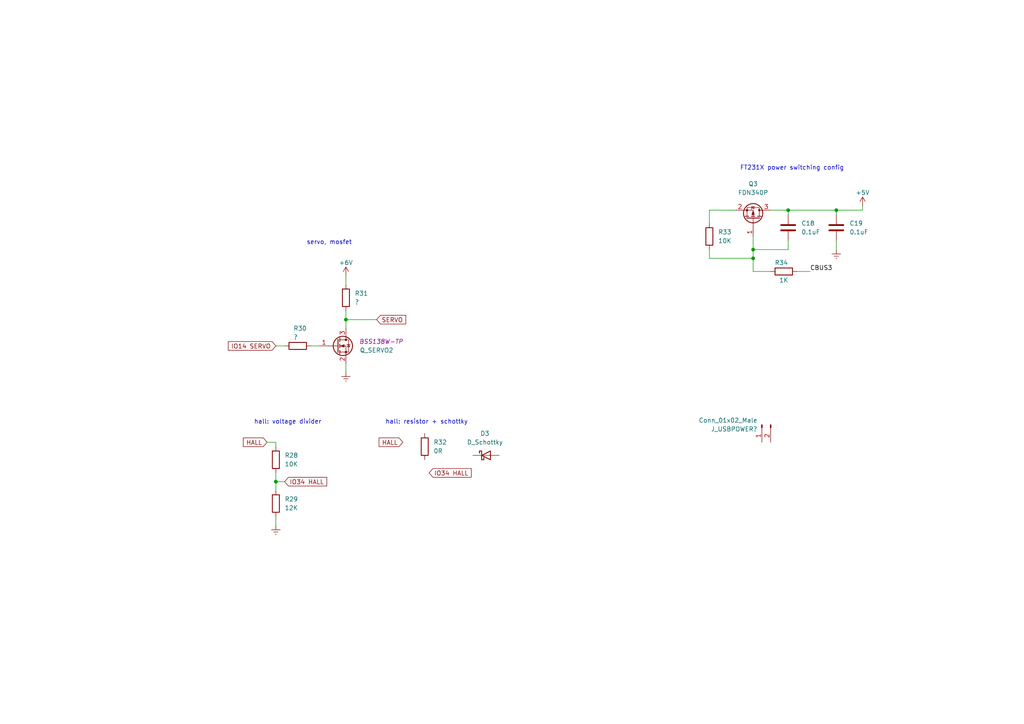
<source format=kicad_sch>
(kicad_sch (version 20211123) (generator eeschema)
  (paper "A4")
  (lib_symbols
    (symbol "2022-07-12_23-59-33:B3FS-1000" (pin_names (offset 0.254))
      (property "Reference" "SW" (at 20.32 10.16 0))
      (property "Value" "B3FS-1000" (at 20.32 7.62 0))
      (symbol "B3FS-1000_1_1"
        (polyline (pts (xy 12.7 -7.62) (xy 27.94 -7.62)) (stroke (width 0.127)))
        (polyline (pts (xy 12.7 -2.54) (xy 16.51 -2.54)) (stroke (width 0.127)))
        (polyline (pts (xy 12.7 0) (xy 16.51 0)) (stroke (width 0.127)))
        (polyline (pts (xy 12.7 5.08) (xy 12.7 -7.62)) (stroke (width 0.127)))
        (polyline (pts (xy 16.51 -6.35) (xy 24.13 -6.35)) (stroke (width 0.127)))
        (polyline (pts (xy 16.51 -2.54) (xy 16.51 -6.35)) (stroke (width 0.127)))
        (polyline (pts (xy 16.51 0) (xy 16.51 3.81)) (stroke (width 0.127)))
        (polyline (pts (xy 20.32 -2.54) (xy 20.32 -6.35)) (stroke (width 0.127)))
        (polyline (pts (xy 20.32 0) (xy 19.05 -2.54)) (stroke (width 0.127)))
        (polyline (pts (xy 20.32 3.81) (xy 20.32 0)) (stroke (width 0.127)))
        (polyline (pts (xy 24.13 -6.35) (xy 24.13 -2.54)) (stroke (width 0.127)))
        (polyline (pts (xy 24.13 -2.54) (xy 27.94 -2.54)) (stroke (width 0.127)))
        (polyline (pts (xy 24.13 0) (xy 24.13 3.81)) (stroke (width 0.127)))
        (polyline (pts (xy 24.13 3.81) (xy 16.51 3.81)) (stroke (width 0.127)))
        (polyline (pts (xy 27.94 -7.62) (xy 27.94 5.08)) (stroke (width 0.127)))
        (polyline (pts (xy 27.94 0) (xy 24.13 0)) (stroke (width 0.127)))
        (polyline (pts (xy 27.94 5.08) (xy 12.7 5.08)) (stroke (width 0.127)))
        (arc (start 20.066 -6.35) (mid 20.574 -6.35) (end 20.066 -6.35) (stroke (width 0.381)))
        (arc (start 20.066 3.81) (mid 20.574 3.81) (end 20.066 3.81) (stroke (width 0.381)))
        (circle (center 20.32 -6.35) (radius 0.254) (stroke (width 0.381)))
        (circle (center 20.32 3.81) (radius 0.254) (stroke (width 0.381)))
        (pin unspecified line (at 7.62 0 0) (length 5) (name "1") (number "1"))
        (pin unspecified line (at 33.02 0 180) (length 5) (name "2") (number "2"))
        (pin unspecified line (at 7.62 -2.54 0) (length 5) (name "3") (number "3"))
        (pin unspecified line (at 33.02 -2.54 180) (length 5) (name "4") (number "4"))
      )
    )
    (symbol "Connector:Conn_01x02_Male" (pin_names (offset 1.016) hide)
      (property "Reference" "J" (at 0 2.54 0))
      (property "Value" "Conn_01x02_Male" (at 0 -5.08 0))
      (symbol "Conn_01x02_Male_1_1"
        (polyline (pts (xy 1.27 -2.54) (xy 0.8636 -2.54)) (stroke (width 0.1524)))
        (polyline (pts (xy 1.27 0) (xy 0.8636 0)) (stroke (width 0.1524)))
        (rectangle (start 0.8636 -2.413) (end 0 -2.667) (stroke (width 0.1524)) (fill (type outline)))
        (rectangle (start 0.8636 0.127) (end 0 -0.127) (stroke (width 0.1524)) (fill (type outline)))
        (pin passive line (at 5.08 0 180) (length 3.81) (name "Pin_1") (number "1"))
        (pin passive line (at 5.08 -2.54 180) (length 3.81) (name "Pin_2") (number "2"))
      )
    )
    (symbol "Device:C" (pin_numbers hide) (pin_names (offset 0.254))
      (property "Reference" "C" (at 0.635 2.54 0))
      (property "Value" "C" (at 0.635 -2.54 0))
      (symbol "C_0_1"
        (polyline (pts (xy -2.032 -0.762) (xy 2.032 -0.762)) (stroke (width 0.508)))
        (polyline (pts (xy -2.032 0.762) (xy 2.032 0.762)) (stroke (width 0.508)))
      )
      (symbol "C_1_1"
        (pin passive line (at 0 3.81 270) (length 2.794) (name "~") (number "1"))
        (pin passive line (at 0 -3.81 90) (length 2.794) (name "~") (number "2"))
      )
    )
    (symbol "Device:D_Schottky" (pin_numbers hide) (pin_names (offset 1.016) hide)
      (property "Reference" "D" (at 0 2.54 0))
      (property "Value" "D_Schottky" (at 0 -2.54 0))
      (symbol "D_Schottky_0_1"
        (polyline (pts (xy 1.27 0) (xy -1.27 0)))
        (polyline (pts (xy 1.27 1.27) (xy 1.27 -1.27) (xy -1.27 0) (xy 1.27 1.27)) (stroke (width 0.254)))
        (polyline (pts (xy -1.905 0.635) (xy -1.905 1.27) (xy -1.27 1.27) (xy -1.27 -1.27) (xy -0.635 -1.27) (xy -0.635 -0.635)) (stroke (width 0.254)))
      )
      (symbol "D_Schottky_1_1"
        (pin passive line (at -3.81 0 0) (length 2.54) (name "K") (number "1"))
        (pin passive line (at 3.81 0 180) (length 2.54) (name "A") (number "2"))
      )
    )
    (symbol "Device:R" (pin_numbers hide) (pin_names (offset 0))
      (property "Reference" "R" (at 2.032 0 90))
      (property "Value" "R" (at 0 0 90))
      (symbol "R_0_1"
        (rectangle (start -1.016 -2.54) (end 1.016 2.54) (stroke (width 0.254)))
      )
      (symbol "R_1_1"
        (pin passive line (at 0 3.81 270) (length 1.27) (name "~") (number "1"))
        (pin passive line (at 0 -3.81 90) (length 1.27) (name "~") (number "2"))
      )
    )
    (symbol "Diode:BAV99" (pin_names hide)
      (property "Reference" "D" (at 0 5.08 0))
      (property "Value" "BAV99" (at 0 2.54 0))
      (symbol "BAV99_0_1"
        (polyline (pts (xy -5.08 0) (xy 5.08 0)))
      )
      (symbol "BAV99_1_1"
        (polyline (pts (xy 0 0) (xy 0 -2.54)))
        (polyline (pts (xy -1.27 -1.27) (xy -1.27 1.27) (xy -1.27 1.27)) (stroke (width 0.2032)))
        (polyline (pts (xy 3.81 1.27) (xy 3.81 -1.27) (xy 3.81 -1.27)) (stroke (width 0.2032)))
        (polyline (pts (xy -3.81 1.27) (xy -1.27 0) (xy -3.81 -1.27) (xy -3.81 1.27) (xy -3.81 1.27) (xy -3.81 1.27)) (stroke (width 0.2032)))
        (polyline (pts (xy 1.27 1.27) (xy 3.81 0) (xy 1.27 -1.27) (xy 1.27 1.27) (xy 1.27 1.27) (xy 1.27 1.27)) (stroke (width 0.2032)))
        (circle (center 0 0) (radius 0.254) (fill (type outline)))
        (pin passive line (at -7.62 0 0) (length 2.54) (name "K") (number "1"))
        (pin passive line (at 7.62 0 180) (length 2.54) (name "A") (number "2"))
        (pin passive line (at 0 -5.08 90) (length 2.54) (name "K") (number "3"))
      )
    )
    (symbol "IRF7319:IRF7319" (pin_numbers hide) (pin_names (offset 1.016) hide)
      (property "Reference" "Q" (at -11.43 2.54 0))
      (property "Value" "IRF7319" (at -11.43 -7.62 0))
      (symbol "IRF7319_1_0"
        (circle (center 0 -2.54) (radius 0.3556))
        (polyline (pts (xy -2.54 2.54) (xy -2.54 -2.54)) (stroke (width 0.254)))
        (polyline (pts (xy -1.778 -2.54) (xy -1.778 -3.175)) (stroke (width 0.254)))
        (polyline (pts (xy -1.778 -1.905) (xy -1.778 -2.54)) (stroke (width 0.254)))
        (polyline (pts (xy -1.778 0) (xy -1.778 -0.762)) (stroke (width 0.254)))
        (polyline (pts (xy -1.778 0) (xy 0 0)) (stroke (width 0.1524)))
        (polyline (pts (xy -1.778 0.762) (xy -1.778 0)) (stroke (width 0.254)))
        (polyline (pts (xy -1.778 2.54) (xy -1.778 1.905)) (stroke (width 0.254)))
        (polyline (pts (xy -1.778 2.54) (xy 1.27 2.54)) (stroke (width 0.1524)))
        (polyline (pts (xy -1.778 3.175) (xy -1.778 2.54)) (stroke (width 0.254)))
        (polyline (pts (xy 0 -2.54) (xy -1.778 -2.54)) (stroke (width 0.1524)))
        (polyline (pts (xy 0 -2.54) (xy 1.27 -2.54)) (stroke (width 0.1524)))
        (polyline (pts (xy 0 0) (xy 0 -2.54)) (stroke (width 0.1524)))
        (polyline (pts (xy 0.762 0.508) (xy 0.508 0.254)) (stroke (width 0.1524)))
        (polyline (pts (xy 1.27 0.508) (xy 0.762 0.508)) (stroke (width 0.1524)))
        (polyline (pts (xy 1.27 0.508) (xy 1.27 -2.54)) (stroke (width 0.1524)))
        (polyline (pts (xy 1.27 2.54) (xy 1.27 0.508)) (stroke (width 0.1524)))
        (polyline (pts (xy 1.778 0.508) (xy 1.27 0.508)) (stroke (width 0.1524)))
        (polyline (pts (xy 2.032 0.762) (xy 1.778 0.508)) (stroke (width 0.1524)))
        (polyline (pts (xy -1.524 0) (xy -0.508 0.762) (xy -0.508 -0.762) (xy -1.524 0)) (stroke (width 0.1524)) (fill (type background)))
        (polyline (pts (xy 1.27 0.508) (xy 0.762 -0.254) (xy 1.778 -0.254) (xy 1.27 0.508)) (stroke (width 0.1524)) (fill (type background)))
        (circle (center 0 2.54) (radius 0.3556))
        (pin passive line (at 0 -5.08 90) (length 2.54) (name "~") (number "1"))
        (pin passive line (at -5.08 -2.54 0) (length 2.54) (name "~") (number "2"))
        (pin passive line (at 0 5.08 270) (length 2.54) (name "~") (number "7"))
        (pin passive line (at 0 5.08 270) (length 2.54) (name "~") (number "8"))
      )
      (symbol "IRF7319_2_0"
        (circle (center 0 -2.54) (radius 0.3556))
        (polyline (pts (xy -2.54 -2.54) (xy -2.54 2.54)) (stroke (width 0.254)))
        (polyline (pts (xy -1.778 -3.175) (xy -1.778 -2.54)) (stroke (width 0.254)))
        (polyline (pts (xy -1.778 -2.54) (xy -1.778 -1.905)) (stroke (width 0.254)))
        (polyline (pts (xy -1.778 -2.54) (xy 0 -2.54)) (stroke (width 0.1524)))
        (polyline (pts (xy -1.778 -0.762) (xy -1.778 0)) (stroke (width 0.254)))
        (polyline (pts (xy -1.778 0) (xy -1.778 0.762)) (stroke (width 0.254)))
        (polyline (pts (xy -1.778 0) (xy 0 0)) (stroke (width 0.1524)))
        (polyline (pts (xy -1.778 1.905) (xy -1.778 2.54)) (stroke (width 0.254)))
        (polyline (pts (xy -1.778 2.54) (xy -1.778 3.175)) (stroke (width 0.254)))
        (polyline (pts (xy 0 -2.54) (xy 1.27 -2.54)) (stroke (width 0.1524)))
        (polyline (pts (xy 0 0) (xy 0 -2.54)) (stroke (width 0.1524)))
        (polyline (pts (xy 0 2.54) (xy -1.778 2.54)) (stroke (width 0.1524)))
        (polyline (pts (xy 0 2.54) (xy 1.27 2.54)) (stroke (width 0.1524)))
        (polyline (pts (xy 0.508 -0.762) (xy 0.762 -0.508)) (stroke (width 0.1524)))
        (polyline (pts (xy 0.762 -0.508) (xy 1.27 -0.508)) (stroke (width 0.1524)))
        (polyline (pts (xy 1.27 -0.508) (xy 1.27 -2.54)) (stroke (width 0.1524)))
        (polyline (pts (xy 1.27 -0.508) (xy 1.778 -0.508)) (stroke (width 0.1524)))
        (polyline (pts (xy 1.27 2.54) (xy 1.27 -0.508)) (stroke (width 0.1524)))
        (polyline (pts (xy 1.778 -0.508) (xy 2.032 -0.254)) (stroke (width 0.1524)))
        (polyline (pts (xy 0 0) (xy -1.016 0.762) (xy -1.016 -0.762) (xy 0 0)) (stroke (width 0.1524)) (fill (type background)))
        (polyline (pts (xy 1.27 -0.508) (xy 1.778 0.254) (xy 0.762 0.254) (xy 1.27 -0.508)) (stroke (width 0.1524)) (fill (type background)))
        (circle (center 0 2.54) (radius 0.3556))
        (pin passive line (at 0 -5.08 90) (length 2.54) (name "~") (number "3"))
        (pin passive line (at -5.08 -2.54 0) (length 2.54) (name "~") (number "4"))
        (pin passive line (at 0 5.08 270) (length 2.54) (name "~") (number "5"))
        (pin passive line (at 0 5.08 270) (length 2.54) (name "~") (number "6"))
      )
    )
    (symbol "Jumper:SolderJumper_2_Open" (pin_names (offset 0) hide)
      (property "Reference" "JP" (at 0 2.032 0))
      (property "Value" "SolderJumper_2_Open" (at 0 -2.54 0))
      (symbol "SolderJumper_2_Open_0_1"
        (arc (start -0.254 1.016) (mid -1.27 0) (end -0.254 -1.016))
        (arc (start -0.254 1.016) (mid -1.27 0) (end -0.254 -1.016) (fill (type outline)))
        (polyline (pts (xy -0.254 1.016) (xy -0.254 -1.016)))
        (polyline (pts (xy 0.254 1.016) (xy 0.254 -1.016)))
        (arc (start 0.254 -1.016) (mid 1.27 0) (end 0.254 1.016))
        (arc (start 0.254 -1.016) (mid 1.27 0) (end 0.254 1.016) (fill (type outline)))
      )
      (symbol "SolderJumper_2_Open_1_1"
        (pin passive line (at -3.81 0 0) (length 2.54) (name "A") (number "1"))
        (pin passive line (at 3.81 0 180) (length 2.54) (name "B") (number "2"))
      )
    )
    (symbol "Switch:SW_SPST" (pin_names (offset 0) hide)
      (property "Reference" "SW" (at 0 3.175 0))
      (property "Value" "SW_SPST" (at 0 -2.54 0))
      (symbol "SW_SPST_0_0"
        (circle (center -2.032 0) (radius 0.508))
        (polyline (pts (xy -1.524 0.254) (xy 1.524 1.778)))
        (circle (center 2.032 0) (radius 0.508))
      )
      (symbol "SW_SPST_1_1"
        (pin passive line (at -5.08 0 0) (length 2.54) (name "A") (number "1"))
        (pin passive line (at 5.08 0 180) (length 2.54) (name "B") (number "2"))
      )
    )
    (symbol "Transistor_FET:BSS138" (pin_names hide)
      (property "Reference" "Q" (at 5.08 1.905 0))
      (property "Value" "BSS138" (at 5.08 0 0))
      (symbol "BSS138_0_1"
        (polyline (pts (xy 0.254 0) (xy -2.54 0)))
        (polyline (pts (xy 0.254 1.905) (xy 0.254 -1.905)) (stroke (width 0.254)))
        (polyline (pts (xy 0.762 -1.27) (xy 0.762 -2.286)) (stroke (width 0.254)))
        (polyline (pts (xy 0.762 0.508) (xy 0.762 -0.508)) (stroke (width 0.254)))
        (polyline (pts (xy 0.762 2.286) (xy 0.762 1.27)) (stroke (width 0.254)))
        (polyline (pts (xy 2.54 2.54) (xy 2.54 1.778)))
        (polyline (pts (xy 2.54 -2.54) (xy 2.54 0) (xy 0.762 0)))
        (polyline (pts (xy 0.762 -1.778) (xy 3.302 -1.778) (xy 3.302 1.778) (xy 0.762 1.778)))
        (polyline (pts (xy 1.016 0) (xy 2.032 0.381) (xy 2.032 -0.381) (xy 1.016 0)) (fill (type outline)))
        (polyline (pts (xy 2.794 0.508) (xy 2.921 0.381) (xy 3.683 0.381) (xy 3.81 0.254)))
        (polyline (pts (xy 3.302 0.381) (xy 2.921 -0.254) (xy 3.683 -0.254) (xy 3.302 0.381)))
        (circle (center 1.651 0) (radius 2.794) (stroke (width 0.254)))
        (circle (center 2.54 -1.778) (radius 0.254) (fill (type outline)))
        (circle (center 2.54 1.778) (radius 0.254) (fill (type outline)))
      )
      (symbol "BSS138_1_1"
        (pin input line (at -5.08 0 0) (length 2.54) (name "G") (number "1"))
        (pin passive line (at 2.54 -5.08 90) (length 2.54) (name "S") (number "2"))
        (pin passive line (at 2.54 5.08 270) (length 2.54) (name "D") (number "3"))
      )
    )
    (symbol "Transistor_FET:FDN340P" (pin_names hide)
      (property "Reference" "Q" (at 5.08 1.905 0))
      (property "Value" "FDN340P" (at 5.08 0 0))
      (symbol "FDN340P_0_1"
        (polyline (pts (xy 0.254 0) (xy -2.54 0)))
        (polyline (pts (xy 0.254 1.905) (xy 0.254 -1.905)) (stroke (width 0.254)))
        (polyline (pts (xy 0.762 -1.27) (xy 0.762 -2.286)) (stroke (width 0.254)))
        (polyline (pts (xy 0.762 0.508) (xy 0.762 -0.508)) (stroke (width 0.254)))
        (polyline (pts (xy 0.762 2.286) (xy 0.762 1.27)) (stroke (width 0.254)))
        (polyline (pts (xy 2.54 2.54) (xy 2.54 1.778)))
        (polyline (pts (xy 2.54 -2.54) (xy 2.54 0) (xy 0.762 0)))
        (polyline (pts (xy 0.762 1.778) (xy 3.302 1.778) (xy 3.302 -1.778) (xy 0.762 -1.778)))
        (polyline (pts (xy 2.286 0) (xy 1.27 0.381) (xy 1.27 -0.381) (xy 2.286 0)) (fill (type outline)))
        (polyline (pts (xy 2.794 -0.508) (xy 2.921 -0.381) (xy 3.683 -0.381) (xy 3.81 -0.254)))
        (polyline (pts (xy 3.302 -0.381) (xy 2.921 0.254) (xy 3.683 0.254) (xy 3.302 -0.381)))
        (circle (center 1.651 0) (radius 2.794) (stroke (width 0.254)))
        (circle (center 2.54 -1.778) (radius 0.254) (fill (type outline)))
        (circle (center 2.54 1.778) (radius 0.254) (fill (type outline)))
      )
      (symbol "FDN340P_1_1"
        (pin input line (at -5.08 0 0) (length 2.54) (name "G") (number "1"))
        (pin passive line (at 2.54 -5.08 90) (length 2.54) (name "S") (number "2"))
        (pin passive line (at 2.54 5.08 270) (length 2.54) (name "D") (number "3"))
      )
    )
    (symbol "dk_Transistors-FETs-MOSFETs-Single:AO3401A" (pin_names (offset 0))
      (property "Reference" "Q" (at -2.6924 3.6322 0))
      (property "Value" "AO3401A" (at 3.4544 0 90))
      (symbol "AO3401A_0_1"
        (circle (center -1.27 0) (radius 3.302) (fill (type background)))
        (circle (center 0 -1.905) (radius 0.127))
        (circle (center 0 -1.397) (radius 0.127))
        (polyline (pts (xy 0 -1.397) (xy -2.54 -1.397)))
        (polyline (pts (xy -5.08 -2.54) (xy -3.048 -2.54) (xy -3.048 1.397)))
        (polyline (pts (xy 0 -2.54) (xy 0 0) (xy -2.54 0)))
        (polyline (pts (xy 0 2.54) (xy 0 1.397) (xy -2.54 1.397)))
        (polyline (pts (xy -0.127 -1.905) (xy 1.016 -1.905) (xy 1.016 1.397) (xy 1.016 1.905) (xy -0.127 1.905)))
        (circle (center 0 1.905) (radius 0.127))
      )
      (symbol "AO3401A_1_1"
        (polyline (pts (xy -2.54 -1.397) (xy -2.54 -1.905)))
        (polyline (pts (xy -2.54 -1.397) (xy -2.54 -0.889)))
        (polyline (pts (xy -2.54 0) (xy -2.54 -0.508)))
        (polyline (pts (xy -2.54 0) (xy -2.54 0.508)))
        (polyline (pts (xy -2.54 1.905) (xy -2.54 0.889)))
        (polyline (pts (xy 1.524 -0.3048) (xy 0.508 -0.3048)))
        (polyline (pts (xy -0.381 0) (xy -1.143 0.508) (xy -1.143 -0.508) (xy -0.381 0)) (fill (type outline)))
        (polyline (pts (xy 1.016 -0.254) (xy 0.508 0.508) (xy 1.524 0.508) (xy 1.016 -0.254)) (fill (type outline)))
        (pin bidirectional line (at -7.62 -2.54 0) (length 2.54) (name "G") (number "1"))
        (pin bidirectional line (at 0 -5.08 90) (length 2.54) (name "S") (number "2"))
        (pin bidirectional line (at 0 5.08 270) (length 2.54) (name "D") (number "3"))
      )
    )
    (symbol "power:+5V" (power) (pin_names (offset 0))
      (property "Value" "+5V" (at 0 3.556 0))
      (symbol "+5V_0_1"
        (polyline (pts (xy -0.762 1.27) (xy 0 2.54)))
        (polyline (pts (xy 0 0) (xy 0 2.54)))
        (polyline (pts (xy 0 2.54) (xy 0.762 1.27)))
      )
      (symbol "+5V_1_1"
        (pin power_in line (at 0 0 90) (length 0) hide (name "+5V") (number "1"))
      )
    )
    (symbol "power:+6V" (power) (pin_names (offset 0))
      (property "Value" "+6V" (at 0 3.556 0))
      (symbol "+6V_0_1"
        (polyline (pts (xy -0.762 1.27) (xy 0 2.54)))
        (polyline (pts (xy 0 0) (xy 0 2.54)))
        (polyline (pts (xy 0 2.54) (xy 0.762 1.27)))
      )
      (symbol "+6V_1_1"
        (pin power_in line (at 0 0 90) (length 0) hide (name "+6V") (number "1"))
      )
    )
    (symbol "power:GNDREF" (power) (pin_names (offset 0))
      (property "Value" "GNDREF" (at 0 -3.81 0))
      (symbol "GNDREF_0_1"
        (polyline (pts (xy -0.635 -1.905) (xy 0.635 -1.905)))
        (polyline (pts (xy -0.127 -2.54) (xy 0.127 -2.54)))
        (polyline (pts (xy 0 -1.27) (xy 0 0)))
        (polyline (pts (xy 1.27 -1.27) (xy -1.27 -1.27)))
      )
      (symbol "GNDREF_1_1"
        (pin power_in line (at 0 0 270) (length 0) hide (name "GNDREF") (number "1"))
      )
    )
  )
  (junction (at 91.44 -57.15))
  (junction (at 228.6 60.96))
  (junction (at 218.44 74.93))
  (junction (at 242.57 60.96))
  (junction (at 113.03 -57.15))
  (junction (at 59.69 -57.15))
  (junction (at 138.43 -39.37))
  (junction (at 113.03 -49.53))
  (junction (at 151.13 -57.15))
  (junction (at 113.03 -46.99))
  (junction (at 91.44 -39.37))
  (junction (at 104.14 -39.37))
  (junction (at 88.9 -39.37))
  (junction (at 59.69 -24.13))
  (junction (at 104.14 -57.15))
  (junction (at 218.44 72.39))
  (junction (at 138.43 -57.15))
  (junction (at 151.13 -39.37))
  (junction (at 100.33 92.71))
  (junction (at 80.01 139.7))
  (wire (pts (xy 100.33 80.01) (xy 100.33 82.55)))
  (wire (pts (xy 125.73 -49.53) (xy 113.03 -49.53)))
  (wire (pts (xy 228.6 69.85) (xy 228.6 72.39)))
  (wire (pts (xy 250.19 60.96) (xy 242.57 60.96)))
  (wire (pts (xy 228.6 72.39) (xy 218.44 72.39)))
  (wire (pts (xy 68.58 -24.13) (xy 68.58 -25.4)))
  (wire (pts (xy 88.9 -52.07) (xy 88.9 -39.37)))
  (wire (pts (xy 151.13 -69.85) (xy 151.13 -57.15)))
  (wire (pts (xy 82.55 100.33) (xy 80.01 100.33)))
  (wire (pts (xy 91.44 -57.15) (xy 104.14 -57.15)))
  (wire (pts (xy 59.69 -57.15) (xy 59.69 -69.85)))
  (wire (pts (xy 113.03 -57.15) (xy 123.19 -57.15)))
  (wire (pts (xy 100.33 92.71) (xy 100.33 95.25)))
  (wire (pts (xy -55.88 97.79) (xy -44.45 97.79)))
  (wire (pts (xy 218.44 74.93) (xy 218.44 78.74)))
  (wire (pts (xy 100.33 90.17) (xy 100.33 92.71)))
  (polyline (pts (xy 114.3 -67.31) (xy 134.62 -67.31)))
  (wire (pts (xy 205.74 64.77) (xy 205.74 60.96)))
  (wire (pts (xy 148.59 -39.37) (xy 151.13 -39.37)))
  (wire (pts (xy 91.44 -39.37) (xy 91.44 -24.13)))
  (wire (pts (xy 125.73 -46.99) (xy 113.03 -46.99)))
  (wire (pts (xy 109.22 92.71) (xy 100.33 92.71)))
  (wire (pts (xy 88.9 -39.37) (xy 88.9 -24.13)))
  (wire (pts (xy 59.69 -24.13) (xy 59.69 -20.32)))
  (wire (pts (xy 151.13 -39.37) (xy 151.13 -44.45)))
  (wire (pts (xy 71.12 -24.13) (xy 71.12 -25.4)))
  (wire (pts (xy 250.19 59.69) (xy 250.19 60.96)))
  (wire (pts (xy 91.44 -24.13) (xy 96.52 -24.13)))
  (wire (pts (xy 125.73 -49.53) (xy 125.73 -52.07)))
  (wire (pts (xy 59.69 -69.85) (xy 100.33 -69.85)))
  (wire (pts (xy 104.14 -57.15) (xy 113.03 -57.15)))
  (wire (pts (xy 231.14 78.74) (xy 234.95 78.74)))
  (wire (pts (xy 130.81 -39.37) (xy 138.43 -39.37)))
  (wire (pts (xy 242.57 69.85) (xy 242.57 72.39)))
  (wire (pts (xy 100.33 107.95) (xy 100.33 105.41)))
  (wire (pts (xy 80.01 149.86) (xy 80.01 152.4)))
  (wire (pts (xy -34.29 97.79) (xy -26.67 97.79)))
  (wire (pts (xy 59.69 -52.07) (xy 68.58 -52.07)))
  (wire (pts (xy 88.9 -39.37) (xy 91.44 -39.37)))
  (wire (pts (xy 107.95 -69.85) (xy 151.13 -69.85)))
  (wire (pts (xy 104.14 -57.15) (xy 104.14 -52.07)))
  (wire (pts (xy 113.03 -39.37) (xy 104.14 -39.37)))
  (wire (pts (xy 71.12 -24.13) (xy 88.9 -24.13)))
  (wire (pts (xy 218.44 74.93) (xy 218.44 72.39)))
  (wire (pts (xy -41.91 105.41) (xy -41.91 110.49)))
  (wire (pts (xy 242.57 60.96) (xy 228.6 60.96)))
  (wire (pts (xy 104.14 -44.45) (xy 104.14 -39.37)))
  (wire (pts (xy 133.35 -57.15) (xy 138.43 -57.15)))
  (wire (pts (xy 218.44 72.39) (xy 218.44 68.58)))
  (wire (pts (xy 242.57 62.23) (xy 242.57 60.96)))
  (wire (pts (xy 91.44 -57.15) (xy 91.44 -52.07)))
  (wire (pts (xy 205.74 74.93) (xy 218.44 74.93)))
  (wire (pts (xy 93.98 -39.37) (xy 91.44 -39.37)))
  (wire (pts (xy 68.58 -52.07) (xy 68.58 -50.8)))
  (wire (pts (xy 151.13 -57.15) (xy 151.13 -52.07)))
  (wire (pts (xy 80.01 137.16) (xy 80.01 139.7)))
  (wire (pts (xy 138.43 -44.45) (xy 138.43 -39.37)))
  (wire (pts (xy 205.74 72.39) (xy 205.74 74.93)))
  (wire (pts (xy 71.12 -52.07) (xy 71.12 -50.8)))
  (wire (pts (xy 218.44 78.74) (xy 223.52 78.74)))
  (wire (pts (xy 111.76 -24.13) (xy 151.13 -24.13)))
  (wire (pts (xy 80.01 139.7) (xy 80.01 142.24)))
  (wire (pts (xy 205.74 60.96) (xy 213.36 60.96)))
  (wire (pts (xy 138.43 -57.15) (xy 138.43 -52.07)))
  (wire (pts (xy 77.47 128.27) (xy 80.01 128.27)))
  (wire (pts (xy 59.69 -52.07) (xy 59.69 -24.13)))
  (wire (pts (xy 138.43 -57.15) (xy 151.13 -57.15)))
  (wire (pts (xy 59.69 -24.13) (xy 68.58 -24.13)))
  (wire (pts (xy 92.71 100.33) (xy 90.17 100.33)))
  (wire (pts (xy 223.52 60.96) (xy 228.6 60.96)))
  (wire (pts (xy 151.13 -39.37) (xy 151.13 -24.13)))
  (wire (pts (xy 80.01 139.7) (xy 82.55 139.7)))
  (wire (pts (xy 59.69 -57.15) (xy 91.44 -57.15)))
  (wire (pts (xy 228.6 60.96) (xy 228.6 62.23)))
  (wire (pts (xy 52.07 -57.15) (xy 59.69 -57.15)))
  (wire (pts (xy 71.12 -52.07) (xy 88.9 -52.07)))
  (wire (pts (xy 138.43 -39.37) (xy 140.97 -39.37)))
  (wire (pts (xy 104.14 -39.37) (xy 101.6 -39.37)))
  (wire (pts (xy 91.44 -44.45) (xy 91.44 -39.37)))
  (polyline (pts (xy 134.62 -34.29) (xy 114.3 -34.29)))
  (polyline (pts (xy 134.62 -67.31) (xy 134.62 -34.29)))
  (wire (pts (xy 80.01 128.27) (xy 80.01 129.54)))
  (wire (pts (xy 113.03 -46.99) (xy 113.03 -39.37)))
  (wire (pts (xy -41.91 120.65) (xy -41.91 124.46)))
  (wire (pts (xy 113.03 -49.53) (xy 113.03 -46.99)))
  (polyline (pts (xy 114.3 -34.29) (xy 114.3 -67.31)))
  (wire (pts (xy 113.03 -49.53) (xy 113.03 -57.15)))
  (wire (pts (xy 125.73 -31.75) (xy 125.73 -36.83)))
  (wire (pts (xy 151.13 -57.15) (xy 158.75 -57.15)))
  (text "hall: resistor + schottky" (at 111.76 123.19 0) (effects (font (size 1.27 1.27)) (justify left bottom)))
  (text "FT231X power switching config" (at 214.63 49.53 0) (effects (font (size 1.27 1.27)) (justify left bottom)))
  (text "hall: voltage divider" (at 73.66 123.19 0) (effects (font (size 1.27 1.27)) (justify left bottom)))
  (text "servo, mosfet" (at 88.9 71.12 0) (effects (font (size 1.27 1.27)) (justify left bottom)))
  (label "CBUS3" (at 234.95 78.74 0))
  (label "POWER OUT" (at 158.75 -57.15 0))
  (label "POWER IN +12v" (at 52.07 -57.15 180))
  (label "POWER OUT" (at -26.67 97.79 0))
  (label "POWER IN" (at -55.88 97.79 180))
  (global_label "IO14 SERVO" (shape input) (at 80.01 100.33 180) (property "Intersheet References" "${INTERSHEET_REFS}" (effects hide)))
  (global_label "HALL" (shape input) (at 77.47 128.27 180) (property "Intersheet References" "${INTERSHEET_REFS}" (effects hide)))
  (global_label "IO34 HALL" (shape input) (at 82.55 139.7 0) (property "Intersheet References" "${INTERSHEET_REFS}" (effects hide)))
  (global_label "IO34 HALL" (shape input) (at 124.46 137.16 0) (property "Intersheet References" "${INTERSHEET_REFS}" (effects hide)))
  (global_label "SERVO" (shape input) (at 109.22 92.71 0) (property "Intersheet References" "${INTERSHEET_REFS}" (effects hide)))
  (global_label "HALL" (shape input) (at 116.84 128.27 180) (property "Intersheet References" "${INTERSHEET_REFS}" (effects hide)))
  (symbol (lib_id "Jumper:SolderJumper_2_Open") (at 104.14 -69.85 0) (unit 1)
    (property "Reference" "JP?" (at 104.14 -76.2 0))
    (property "Value" "SolderJumper_2_Open" (at 104.14 -73.66 0))
    (property "Footprint" "Jumper:SolderJumper-2_P1.3mm_Open_Pad1.0x1.5mm" (effects hide))
  )
  (symbol (lib_id "2022-07-12_23-59-33:B3FS-1000") (at 68.58 -17.78 90) (unit 1)
    (property "Reference" "SW?" (at 73.66 -48.26 90) (effects (font (size 1.524 1.524)) (justify right)))
    (property "Value" "B3FS-1000" (at 73.66 -27.94 90) (effects (font (size 1.524 1.524)) (justify right)))
    (property "Footprint" "b3fs:B3FS-1000" (effects hide))
  )
  (symbol (lib_id "power:GNDREF") (at 242.57 72.39 0) (unit 1)
    (property "Reference" "#PWR0199" (effects hide))
    (property "Value" "GNDREF" (effects hide))
  )
  (symbol (lib_id "Device:C") (at 228.6 66.04 0) (unit 1)
    (property "Reference" "C18" (at 232.41 64.77 0) (effects (justify left)))
    (property "Value" "0.1uF" (at 232.41 67.31 0) (effects (justify left)))
    (property "Footprint" "Capacitor_SMD:C_0603_1608Metric_Pad1.08x0.95mm_HandSolder" (effects hide))
    (property "Id" "CGA3E2X7R1H104K080AA" (effects hide))
  )
  (symbol (lib_id "Device:C") (at 97.79 -39.37 90) (unit 1)
    (property "Reference" "C?" (at 99.06 -43.18 90) (effects (justify left)))
    (property "Value" "1uF" (at 99.06 -35.56 90) (effects (justify left)))
    (property "Footprint" "Capacitor_SMD:C_0603_1608Metric_Pad1.08x0.95mm_HandSolder" (effects hide))
    (property "Id" "C1608JB1A226M080AC" (effects hide))
  )
  (symbol (lib_id "IRF7319:IRF7319") (at 125.73 -41.91 0) (mirror y) (unit 1)
    (property "Reference" "Q?" (at 123.19 -43.1801 0) (effects (justify left)))
    (property "Value" "IRF7319" (at 123.19 -40.6401 0) (effects (justify left)))
    (property "Footprint" "Package_SO:SOIC-8_3.9x4.9mm_P1.27mm" (effects hide))
    (property "MANUFACTURER" "IOR" (effects hide))
    (property "STANDARD" "IPC 7351B" (effects hide))
  )
  (symbol (lib_id "power:+5V") (at 250.19 59.69 0) (unit 1)
    (property "Reference" "#PWR0200" (effects hide))
    (property "Value" "+5V" (at 250.19 55.88 0))
  )
  (symbol (lib_id "Diode:BAV99") (at 104.14 -24.13 180) (unit 1)
    (property "Reference" "D?" (at 104.14 -20.32 0))
    (property "Value" "BAV99" (at 104.14 -17.78 0))
    (property "Footprint" "Package_TO_SOT_SMD:SOT-23" (effects hide))
    (property "Datasheet" "https://assets.nexperia.com/documents/data-sheet/BAV99_SER.pdf" (effects hide))
  )
  (symbol (lib_id "Device:R") (at 80.01 133.35 180) (unit 1)
    (property "Reference" "R28" (at 82.55 132.08 0) (effects (justify right)))
    (property "Value" "10K" (at 82.55 134.62 0) (effects (justify right)))
    (property "Footprint" "Resistor_SMD:R_0603_1608Metric" (effects hide))
  )
  (symbol (lib_id "power:GNDREF") (at -41.91 124.46 0) (unit 1)
    (property "Reference" "#PWR?" (effects hide))
    (property "Value" "GNDREF" (effects hide))
  )
  (symbol (lib_id "Device:R") (at 86.36 100.33 270) (unit 1)
    (property "Reference" "R30" (at 85.09 95.25 90) (effects (justify left)))
    (property "Value" "?" (at 85.09 97.79 90) (effects (justify left)))
    (property "Footprint" "Resistor_SMD:R_0603_1608Metric" (effects hide))
  )
  (symbol (lib_id "Switch:SW_SPST") (at -41.91 115.57 90) (unit 1)
    (property "Reference" "SW?" (at -39.37 114.2999 90) (effects (justify right)))
    (property "Value" "SW_SPST" (at -39.37 116.8399 90) (effects (justify right)))
  )
  (symbol (lib_id "Device:R") (at 123.19 129.54 180) (unit 1)
    (property "Reference" "R32" (at 125.73 128.27 0) (effects (justify right)))
    (property "Value" "0R" (at 125.73 130.81 0) (effects (justify right)))
    (property "Footprint" "Resistor_SMD:R_0603_1608Metric" (effects hide))
  )
  (symbol (lib_id "power:GNDREF") (at 80.01 152.4 0) (mirror y) (unit 1)
    (property "Reference" "#PWR0196" (effects hide))
    (property "Value" "GNDREF" (effects hide))
  )
  (symbol (lib_id "Transistor_FET:FDN340P") (at 218.44 63.5 270) (mirror x) (unit 1)
    (property "Reference" "Q3" (at 218.44 53.34 90))
    (property "Value" "FDN340P" (at 218.44 55.88 90))
    (property "Footprint" "Package_TO_SOT_SMD:SOT-23" (effects hide))
    (property "Datasheet" "https://www.onsemi.com/pub/Collateral/FDN340P-D.PDF" (effects hide))
  )
  (symbol (lib_id "Device:C") (at 242.57 66.04 0) (unit 1)
    (property "Reference" "C19" (at 246.38 64.77 0) (effects (justify left)))
    (property "Value" "0.1uF" (at 246.38 67.31 0) (effects (justify left)))
    (property "Footprint" "Capacitor_SMD:C_0603_1608Metric_Pad1.08x0.95mm_HandSolder" (effects hide))
    (property "Id" "CGA3E2X7R1H104K080AA" (effects hide))
  )
  (symbol (lib_id "Device:R") (at 144.78 -39.37 270) (unit 1)
    (property "Reference" "R?" (at 144.78 -36.83 90) (effects (justify right)))
    (property "Value" "300K" (at 147.32 -34.29 90) (effects (justify right)))
    (property "Footprint" "Resistor_SMD:R_0603_1608Metric_Pad0.98x0.95mm_HandSolder" (effects hide))
    (property "Id" "ERJ-PA3J101V" (effects hide))
  )
  (symbol (lib_id "power:GNDREF") (at 125.73 -31.75 0) (unit 1)
    (property "Reference" "#PWR?" (effects hide))
    (property "Value" "GNDREF" (effects hide))
  )
  (symbol (lib_id "Device:R") (at 205.74 68.58 180) (unit 1)
    (property "Reference" "R33" (at 208.28 67.31 0) (effects (justify right)))
    (property "Value" "10K" (at 208.28 69.85 0) (effects (justify right)))
    (property "Footprint" "Resistor_SMD:R_0603_1608Metric_Pad0.98x0.95mm_HandSolder" (effects hide))
    (property "Id" "ERJ-PA3J101V" (effects hide))
  )
  (symbol (lib_id "power:GNDREF") (at 59.69 -20.32 0) (unit 1)
    (property "Reference" "#PWR?" (effects hide))
    (property "Value" "GNDREF" (effects hide))
  )
  (symbol (lib_id "Device:R") (at 151.13 -48.26 180) (unit 1)
    (property "Reference" "R?" (at 153.67 -49.53 0) (effects (justify right)))
    (property "Value" "100K" (at 153.67 -46.99 0) (effects (justify right)))
    (property "Footprint" "Resistor_SMD:R_0603_1608Metric_Pad0.98x0.95mm_HandSolder" (effects hide))
    (property "Id" "ERJ-PA3J101V" (effects hide))
  )
  (symbol (lib_id "dk_Transistors-FETs-MOSFETs-Single:AO3401A") (at -39.37 97.79 270) (mirror x) (unit 1)
    (property "Reference" "Q?" (at -39.37 93.98 90) (effects (font (size 1.524 1.524))))
    (property "Value" "AO3401A" (effects hide))
    (property "Footprint" "digikey-footprints:SOT-23-3" (effects hide))
    (property "Datasheet" "http://aosmd.com/res/data_sheets/AO3401A.pdf" (effects hide))
    (property "Digi-Key_PN" "785-1001-1-ND" (effects hide))
    (property "MPN" "AO3401A" (effects hide))
    (property "Category" "Discrete Semiconductor Products" (effects hide))
    (property "Family" "Transistors - FETs, MOSFETs - Single" (effects hide))
    (property "DK_Datasheet_Link" "http://aosmd.com/res/data_sheets/AO3401A.pdf" (effects hide))
    (property "DK_Detail_Page" "/product-detail/en/alpha-omega-semiconductor-inc/AO3401A/785-1001-1-ND/1855943" (effects hide))
    (property "Description" "MOSFET P-CH 30V 4A SOT23" (effects hide))
    (property "Manufacturer" "Alpha & Omega Semiconductor Inc." (effects hide))
    (property "Status" "Active" (effects hide))
  )
  (symbol (lib_id "power:GNDREF") (at 100.33 107.95 0) (mirror y) (unit 1)
    (property "Reference" "#PWR0197" (effects hide))
    (property "Value" "GNDREF" (effects hide))
  )
  (symbol (lib_id "Connector:Conn_01x02_Male") (at 220.98 123.19 90) (mirror x) (unit 1)
    (property "Reference" "J_USBPOWER?" (at 219.71 124.46 90) (effects (justify left)))
    (property "Value" "Conn_01x02_Male" (at 219.71 121.92 90) (effects (justify left)))
    (property "Footprint" "Connector_PinHeader_2.54mm:PinHeader_1x02_P2.54mm_Vertical" (effects hide))
  )
  (symbol (lib_id "Device:R") (at 104.14 -48.26 180) (unit 1)
    (property "Reference" "R?" (at 106.68 -49.53 0) (effects (justify right)))
    (property "Value" "100K" (at 106.68 -46.99 0) (effects (justify right)))
    (property "Footprint" "Resistor_SMD:R_0603_1608Metric_Pad0.98x0.95mm_HandSolder" (effects hide))
    (property "Id" "ERJ-PA3J101V" (effects hide))
  )
  (symbol (lib_id "IRF7319:IRF7319") (at 128.27 -57.15 270) (mirror x) (unit 2)
    (property "Reference" "Q?" (at 128.27 -64.77 90))
    (property "Value" "IRF7319" (at 128.27 -62.23 90))
    (property "Footprint" "Package_SO:SOIC-8_3.9x4.9mm_P1.27mm" (effects hide))
    (property "MANUFACTURER" "IOR" (effects hide))
    (property "STANDARD" "IPC 7351B" (effects hide))
  )
  (symbol (lib_id "Device:D_Schottky") (at 140.97 132.08 0) (unit 1)
    (property "Reference" "D3" (at 140.6525 125.73 0))
    (property "Value" "D_Schottky" (at 140.6525 128.27 0))
  )
  (symbol (lib_id "Device:C") (at 138.43 -48.26 0) (unit 1)
    (property "Reference" "C?" (at 142.24 -49.53 0) (effects (justify left)))
    (property "Value" "10uF" (at 142.24 -46.99 0) (effects (justify left)))
    (property "Footprint" "Capacitor_SMD:C_0603_1608Metric_Pad1.08x0.95mm_HandSolder" (effects hide))
    (property "Id" "C1608JB1A226M080AC" (effects hide))
  )
  (symbol (lib_id "Device:R") (at 227.33 78.74 270) (unit 1)
    (property "Reference" "R34" (at 228.6 76.2 90) (effects (justify right)))
    (property "Value" "1K" (at 227.33 81.28 90))
    (property "Footprint" "Resistor_SMD:R_0603_1608Metric_Pad0.98x0.95mm_HandSolder" (effects hide))
    (property "Id" "ERJ-PA3J101V" (effects hide))
  )
  (symbol (lib_id "Device:R") (at 91.44 -48.26 180) (unit 1)
    (property "Reference" "R?" (at 93.98 -49.53 0) (effects (justify right)))
    (property "Value" "10K" (at 93.98 -46.99 0) (effects (justify right)))
    (property "Footprint" "Resistor_SMD:R_0603_1608Metric_Pad0.98x0.95mm_HandSolder" (effects hide))
    (property "Id" "ERJ-PA3J101V" (effects hide))
  )
  (symbol (lib_id "Device:R") (at 80.01 146.05 180) (unit 1)
    (property "Reference" "R29" (at 82.55 144.78 0) (effects (justify right)))
    (property "Value" "12K" (at 82.55 147.32 0) (effects (justify right)))
    (property "Footprint" "Resistor_SMD:R_0603_1608Metric" (effects hide))
  )
  (symbol (lib_id "Device:R") (at 100.33 86.36 180) (unit 1)
    (property "Reference" "R31" (at 102.87 85.09 0) (effects (justify right)))
    (property "Value" "?" (at 102.87 87.63 0) (effects (justify right)))
    (property "Footprint" "Resistor_SMD:R_0603_1608Metric" (effects hide))
  )
  (symbol (lib_id "power:+6V") (at 100.33 80.01 0) (mirror y) (unit 1)
    (property "Reference" "#PWR0195" (effects hide))
    (property "Value" "+6V" (at 100.33 76.2 0))
  )
  (symbol (lib_id "Transistor_FET:BSS138") (at 97.79 100.33 0) (unit 1)
    (property "Reference" "Q_SERVO2" (at 109.22 101.6 0))
    (property "Value" "BSS138" (effects hide))
    (property "Footprint" "Package_TO_SOT_SMD:SOT-323_SC-70" (effects hide))
    (property "Datasheet" "https://www.onsemi.com/pub/Collateral/BSS138-D.PDF" (effects hide))
    (property "Id" "BSS138W-TP" (at 110.49 99.06 0) (effects (font italic)))
  )
)
</source>
